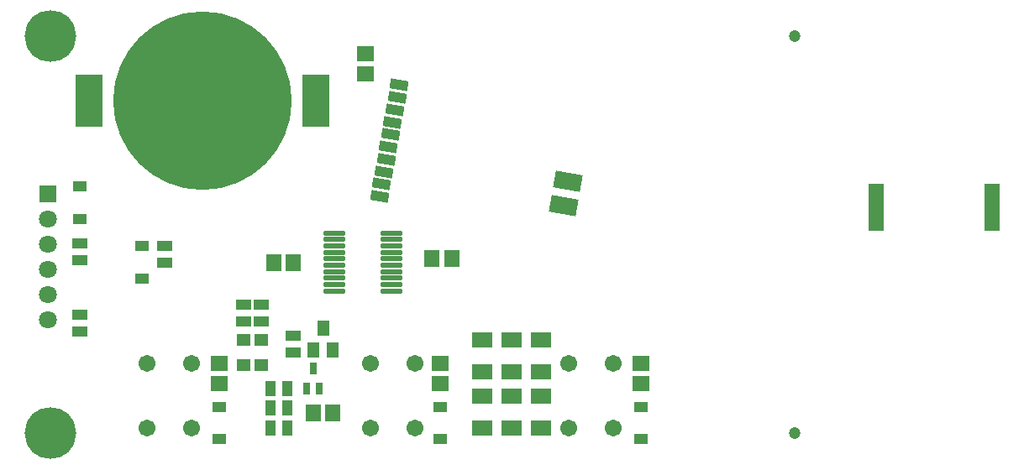
<source format=gts>
G04*
G04 #@! TF.GenerationSoftware,Altium Limited,Altium Designer,19.0.15 (446)*
G04*
G04 Layer_Color=8388736*
%FSLAX25Y25*%
%MOIN*%
G70*
G01*
G75*
%ADD31R,0.05918X0.04147*%
%ADD32R,0.06902X0.06115*%
%ADD33R,0.04737X0.06312*%
%ADD34R,0.04147X0.05918*%
%ADD35R,0.02769X0.04540*%
%ADD36R,0.06115X0.06902*%
%ADD37R,0.05603X0.04402*%
%ADD38R,0.08280X0.06115*%
%ADD39R,0.05721X0.05131*%
G04:AMPARAMS|DCode=40|XSize=70.99mil|YSize=39.5mil|CornerRadius=0mil|HoleSize=0mil|Usage=FLASHONLY|Rotation=350.000|XOffset=0mil|YOffset=0mil|HoleType=Round|Shape=Rectangle|*
%AMROTATEDRECTD40*
4,1,4,-0.03839,-0.01328,-0.03153,0.02561,0.03839,0.01328,0.03153,-0.02561,-0.03839,-0.01328,0.0*
%
%ADD40ROTATEDRECTD40*%

G04:AMPARAMS|DCode=41|XSize=108mil|YSize=67.06mil|CornerRadius=0mil|HoleSize=0mil|Usage=FLASHONLY|Rotation=350.000|XOffset=0mil|YOffset=0mil|HoleType=Round|Shape=Rectangle|*
%AMROTATEDRECTD41*
4,1,4,-0.05900,-0.02364,-0.04736,0.04240,0.05900,0.02364,0.04736,-0.04240,-0.05900,-0.02364,0.0*
%
%ADD41ROTATEDRECTD41*%

%ADD42R,0.05918X0.18517*%
%ADD43O,0.09068X0.02178*%
%ADD44R,0.10642X0.20879*%
%ADD45C,0.70879*%
%ADD46C,0.06706*%
%ADD47C,0.07099*%
%ADD48R,0.07099X0.07099*%
%ADD49C,0.04737*%
%ADD50C,0.20485*%
D31*
X96457Y38780D02*
D03*
Y32087D02*
D03*
X11693Y40354D02*
D03*
Y47047D02*
D03*
X11811Y75197D02*
D03*
Y68504D02*
D03*
X45276Y67520D02*
D03*
Y74213D02*
D03*
X83745Y50984D02*
D03*
Y44291D02*
D03*
X76855D02*
D03*
Y50984D02*
D03*
D32*
X234252Y27559D02*
D03*
Y19685D02*
D03*
X154774Y27559D02*
D03*
Y19685D02*
D03*
X66929Y27559D02*
D03*
Y19685D02*
D03*
X125000Y150591D02*
D03*
Y142717D02*
D03*
D33*
X104528Y33071D02*
D03*
X112008D02*
D03*
X108268Y41732D02*
D03*
D34*
X93957Y9843D02*
D03*
X87264D02*
D03*
X93957Y1969D02*
D03*
X87264D02*
D03*
X87264Y17717D02*
D03*
X93957D02*
D03*
D35*
X101772Y17618D02*
D03*
X106890D02*
D03*
X104331Y25689D02*
D03*
D36*
X112205Y7874D02*
D03*
X104331D02*
D03*
X159449Y69193D02*
D03*
X151575D02*
D03*
X88583Y67520D02*
D03*
X96457D02*
D03*
D37*
X66929Y10384D02*
D03*
Y-2510D02*
D03*
X154774Y10384D02*
D03*
Y-2510D02*
D03*
X234252Y10384D02*
D03*
Y-2510D02*
D03*
X11811Y97894D02*
D03*
Y85000D02*
D03*
X36417Y61466D02*
D03*
Y74360D02*
D03*
D38*
X171260Y1969D02*
D03*
Y14567D02*
D03*
Y24252D02*
D03*
Y36850D02*
D03*
X194882Y24252D02*
D03*
Y36850D02*
D03*
X183071Y24252D02*
D03*
Y36850D02*
D03*
X194882Y1969D02*
D03*
Y14567D02*
D03*
X183071Y1969D02*
D03*
Y14567D02*
D03*
D39*
X83745Y36811D02*
D03*
Y26969D02*
D03*
X76855Y36811D02*
D03*
Y26969D02*
D03*
D40*
X138502Y138212D02*
D03*
X137634Y133288D02*
D03*
X136766Y128364D02*
D03*
X135897Y123440D02*
D03*
X135029Y118516D02*
D03*
X134161Y113592D02*
D03*
X133293Y108667D02*
D03*
X132424Y103743D02*
D03*
X131556Y98819D02*
D03*
X130688Y93895D02*
D03*
D41*
X203801Y90238D02*
D03*
X205504Y99892D02*
D03*
D42*
X327756Y89686D02*
D03*
X373819D02*
D03*
D43*
X112638Y79429D02*
D03*
Y76870D02*
D03*
Y74311D02*
D03*
Y71752D02*
D03*
Y69193D02*
D03*
Y66634D02*
D03*
Y64075D02*
D03*
Y61516D02*
D03*
Y58957D02*
D03*
Y56398D02*
D03*
X135472Y79429D02*
D03*
Y76870D02*
D03*
Y74311D02*
D03*
Y71752D02*
D03*
Y69193D02*
D03*
Y66634D02*
D03*
Y64075D02*
D03*
Y61516D02*
D03*
Y58957D02*
D03*
Y56398D02*
D03*
D44*
X15299Y131890D02*
D03*
X105299D02*
D03*
D45*
X60299D02*
D03*
D46*
X56102Y27559D02*
D03*
X38386D02*
D03*
X56102Y1969D02*
D03*
X38386D02*
D03*
X144685Y27559D02*
D03*
X126969D02*
D03*
X144685Y1969D02*
D03*
X126969D02*
D03*
X223425Y27559D02*
D03*
X205709D02*
D03*
X223425Y1969D02*
D03*
X205709D02*
D03*
D47*
X-984Y54961D02*
D03*
Y64961D02*
D03*
X-984Y74961D02*
D03*
X-984Y84961D02*
D03*
X-984Y44961D02*
D03*
D48*
X-984Y94961D02*
D03*
D49*
X295276Y157480D02*
D03*
Y0D02*
D03*
D50*
X0Y157480D02*
D03*
Y0D02*
D03*
M02*

</source>
